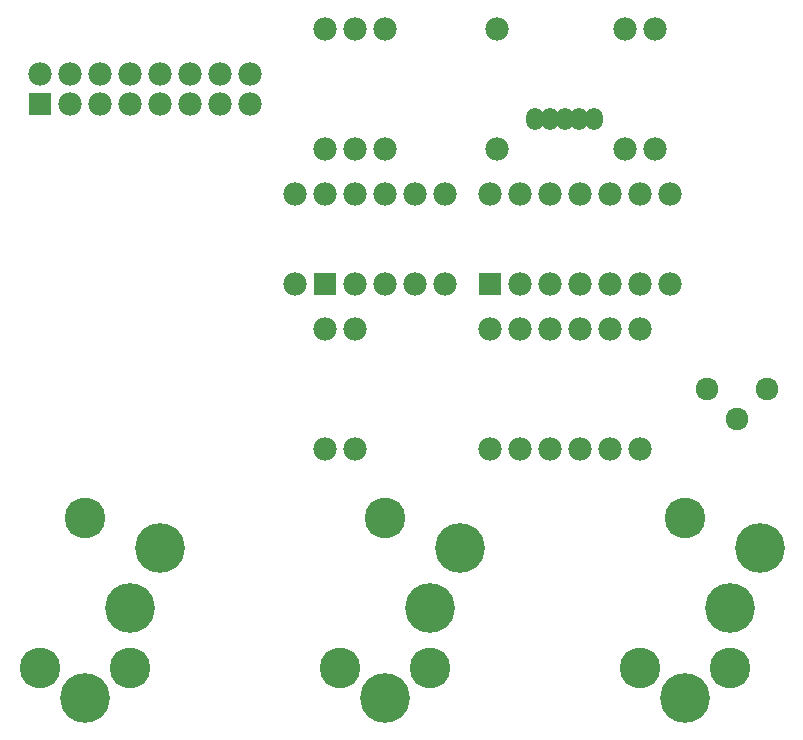
<source format=gbs>
G04 #@! TF.GenerationSoftware,KiCad,Pcbnew,(5.0.0)*
G04 #@! TF.CreationDate,2018-10-08T11:46:22-07:00*
G04 #@! TF.ProjectId,500-1019,3530302D313031392E6B696361645F70,rev?*
G04 #@! TF.SameCoordinates,Original*
G04 #@! TF.FileFunction,Soldermask,Bot*
G04 #@! TF.FilePolarity,Negative*
%FSLAX46Y46*%
G04 Gerber Fmt 4.6, Leading zero omitted, Abs format (unit mm)*
G04 Created by KiCad (PCBNEW (5.0.0)) date 10/08/18 11:46:22*
%MOMM*%
%LPD*%
G01*
G04 APERTURE LIST*
%ADD10C,1.974800*%
%ADD11C,4.210000*%
%ADD12C,3.448000*%
%ADD13R,1.974800X1.974800*%
%ADD14O,1.466800X1.924000*%
%ADD15C,1.924000*%
G04 APERTURE END LIST*
D10*
G04 #@! TO.C,C1*
X138430000Y-97790000D03*
X138430000Y-105410000D03*
G04 #@! TD*
G04 #@! TO.C,C2*
X151130000Y-105410000D03*
X151130000Y-97790000D03*
G04 #@! TD*
D11*
G04 #@! TO.C,J1*
X120650000Y-140411200D03*
D12*
X124460000Y-137871200D03*
D11*
X124460000Y-132791200D03*
X127000000Y-127711200D03*
D12*
X120650000Y-125171200D03*
X116840000Y-137871200D03*
G04 #@! TD*
D11*
G04 #@! TO.C,J2*
X146050000Y-140411200D03*
D12*
X149860000Y-137871200D03*
D11*
X149860000Y-132791200D03*
X152400000Y-127711200D03*
D12*
X146050000Y-125171200D03*
X142240000Y-137871200D03*
G04 #@! TD*
D11*
G04 #@! TO.C,J3*
X171450000Y-140411200D03*
D12*
X175260000Y-137871200D03*
D11*
X175260000Y-132791200D03*
X177800000Y-127711200D03*
D12*
X171450000Y-125171200D03*
X167640000Y-137871200D03*
G04 #@! TD*
D13*
G04 #@! TO.C,P1*
X116840000Y-90170000D03*
D10*
X116840000Y-87630000D03*
X119380000Y-90170000D03*
X119380000Y-87630000D03*
X121920000Y-90170000D03*
X121920000Y-87630000D03*
X124460000Y-90170000D03*
X124460000Y-87630000D03*
X127000000Y-90170000D03*
X127000000Y-87630000D03*
X129540000Y-90170000D03*
X129540000Y-87630000D03*
X132080000Y-90170000D03*
X132080000Y-87630000D03*
X134620000Y-90170000D03*
X134620000Y-87630000D03*
G04 #@! TD*
G04 #@! TO.C,Q1*
X154940000Y-97790000D03*
D13*
X154940000Y-105410000D03*
D10*
X157480000Y-97790000D03*
X157480000Y-105410000D03*
X160020000Y-97790000D03*
X160020000Y-105410000D03*
X162560000Y-97790000D03*
X162560000Y-105410000D03*
X165100000Y-97790000D03*
X165100000Y-105410000D03*
X167640000Y-97790000D03*
X167640000Y-105410000D03*
X170180000Y-97790000D03*
X170180000Y-105410000D03*
G04 #@! TD*
D14*
G04 #@! TO.C,Q2*
X158790000Y-91440000D03*
X160040000Y-91440000D03*
X161290000Y-91440000D03*
X162540000Y-91440000D03*
X163790000Y-91440000D03*
G04 #@! TD*
D10*
G04 #@! TO.C,R1*
X146050000Y-93980000D03*
X146050000Y-83820000D03*
G04 #@! TD*
G04 #@! TO.C,R2*
X143510000Y-93980000D03*
X143510000Y-83820000D03*
G04 #@! TD*
G04 #@! TO.C,R3*
X140970000Y-93980000D03*
X140970000Y-83820000D03*
G04 #@! TD*
G04 #@! TO.C,R4*
X157480000Y-109220000D03*
X157480000Y-119380000D03*
G04 #@! TD*
G04 #@! TO.C,R5*
X154940000Y-109220000D03*
X154940000Y-119380000D03*
G04 #@! TD*
G04 #@! TO.C,R6*
X160020000Y-109220000D03*
X160020000Y-119380000D03*
G04 #@! TD*
G04 #@! TO.C,R7*
X168910000Y-83820000D03*
X168910000Y-93980000D03*
G04 #@! TD*
G04 #@! TO.C,R8*
X162560000Y-109220000D03*
X162560000Y-119380000D03*
G04 #@! TD*
G04 #@! TO.C,R9*
X166370000Y-83820000D03*
X166370000Y-93980000D03*
G04 #@! TD*
G04 #@! TO.C,R10*
X155575000Y-93980000D03*
X155575000Y-83820000D03*
G04 #@! TD*
G04 #@! TO.C,R11*
X143510000Y-119380000D03*
X143510000Y-109220000D03*
G04 #@! TD*
G04 #@! TO.C,R12*
X140970000Y-119380000D03*
X140970000Y-109220000D03*
G04 #@! TD*
D13*
G04 #@! TO.C,U1*
X140970000Y-105410000D03*
D10*
X143510000Y-105410000D03*
X146050000Y-105410000D03*
X148590000Y-105410000D03*
X148590000Y-97790000D03*
X146050000Y-97790000D03*
X143510000Y-97790000D03*
X140970000Y-97790000D03*
G04 #@! TD*
D15*
G04 #@! TO.C,R13*
X173355000Y-114300000D03*
X175895000Y-116840000D03*
X178435000Y-114300000D03*
G04 #@! TD*
D10*
G04 #@! TO.C,R14*
X167640000Y-109220000D03*
X167640000Y-119380000D03*
G04 #@! TD*
G04 #@! TO.C,R15*
X165100000Y-109220000D03*
X165100000Y-119380000D03*
G04 #@! TD*
M02*

</source>
